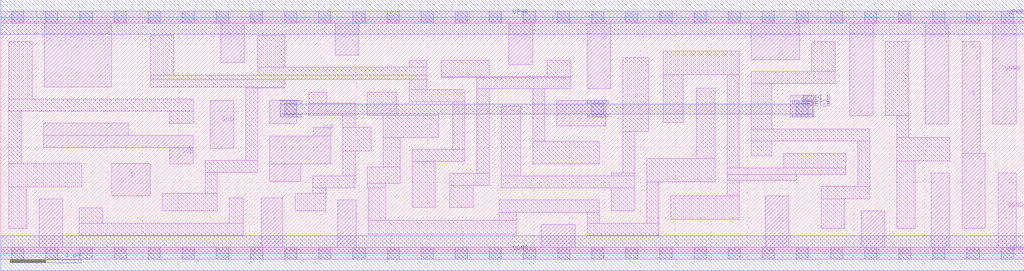
<source format=lef>
# Copyright 2020 The SkyWater PDK Authors
#
# Licensed under the Apache License, Version 2.0 (the "License");
# you may not use this file except in compliance with the License.
# You may obtain a copy of the License at
#
#     https://www.apache.org/licenses/LICENSE-2.0
#
# Unless required by applicable law or agreed to in writing, software
# distributed under the License is distributed on an "AS IS" BASIS,
# WITHOUT WARRANTIES OR CONDITIONS OF ANY KIND, either express or implied.
# See the License for the specific language governing permissions and
# limitations under the License.
#
# SPDX-License-Identifier: Apache-2.0

VERSION 5.7 ;
  NAMESCASESENSITIVE ON ;
  NOWIREEXTENSIONATPIN ON ;
  DIVIDERCHAR "/" ;
  BUSBITCHARS "[]" ;
UNITS
  DATABASE MICRONS 200 ;
END UNITS
MACRO sky130_fd_sc_ms__sdfrtp_2
  CLASS CORE ;
  SOURCE USER ;
  FOREIGN sky130_fd_sc_ms__sdfrtp_2 ;
  ORIGIN  0.000000  0.000000 ;
  SIZE  14.40000 BY  3.330000 ;
  SYMMETRY X Y R90 ;
  SITE unit ;
  PIN D
    ANTENNAGATEAREA  0.178200 ;
    DIRECTION INPUT ;
    USE SIGNAL ;
    PORT
      LAYER li1 ;
        RECT 1.565000 0.810000 2.100000 1.265000 ;
    END
  END D
  PIN Q
    ANTENNADIFFAREA  0.509600 ;
    DIRECTION OUTPUT ;
    USE SIGNAL ;
    PORT
      LAYER li1 ;
        RECT 13.525000 0.350000 13.855000 1.410000 ;
        RECT 13.525000 1.410000 13.785000 2.980000 ;
    END
  END Q
  PIN RESET_B
    ANTENNAGATEAREA  0.455400 ;
    DIRECTION INPUT ;
    USE SIGNAL ;
    PORT
      LAYER li1 ;
        RECT  3.785000 1.830000  4.165000 2.160000 ;
        RECT  7.825000 1.795000  8.515000 2.150000 ;
        RECT 11.110000 1.920000 11.440000 2.220000 ;
      LAYER mcon ;
        RECT  3.995000 1.950000  4.165000 2.120000 ;
        RECT  8.315000 1.950000  8.485000 2.120000 ;
        RECT 11.195000 1.950000 11.365000 2.120000 ;
      LAYER met1 ;
        RECT  3.935000 1.920000  4.225000 1.965000 ;
        RECT  3.935000 1.965000 11.425000 2.105000 ;
        RECT  3.935000 2.105000  4.225000 2.150000 ;
        RECT  8.255000 1.920000  8.545000 1.965000 ;
        RECT  8.255000 2.105000  8.545000 2.150000 ;
        RECT 11.135000 1.920000 11.425000 1.965000 ;
        RECT 11.135000 2.105000 11.425000 2.150000 ;
    END
  END RESET_B
  PIN SCD
    ANTENNAGATEAREA  0.178200 ;
    DIRECTION INPUT ;
    USE SIGNAL ;
    PORT
      LAYER li1 ;
        RECT 2.945000 1.480000 3.275000 2.150000 ;
    END
  END SCD
  PIN SCE
    ANTENNAGATEAREA  0.356400 ;
    DIRECTION INPUT ;
    USE SIGNAL ;
    PORT
      LAYER li1 ;
        RECT 0.605000 1.490000 2.705000 1.660000 ;
        RECT 0.605000 1.660000 1.795000 1.835000 ;
        RECT 2.375000 1.260000 2.705000 1.490000 ;
    END
  END SCE
  PIN CLK
    ANTENNAGATEAREA  0.312600 ;
    DIRECTION INPUT ;
    USE CLOCK ;
    PORT
      LAYER li1 ;
        RECT 3.785000 1.015000 4.220000 1.260000 ;
        RECT 3.785000 1.260000 4.645000 1.650000 ;
        RECT 4.395000 1.650000 4.645000 1.775000 ;
    END
  END CLK
  PIN VGND
    DIRECTION INOUT ;
    USE GROUND ;
    PORT
      LAYER li1 ;
        RECT  0.000000 -0.085000 14.400000 0.085000 ;
        RECT  0.545000  0.085000  0.875000 0.765000 ;
        RECT  3.665000  0.085000  3.965000 0.780000 ;
        RECT  4.740000  0.085000  5.000000 0.750000 ;
        RECT  7.605000  0.085000  8.080000 0.410000 ;
        RECT 10.755000  0.085000 11.085000 0.810000 ;
        RECT 12.105000  0.085000 12.435000 0.600000 ;
        RECT 13.095000  0.085000 13.345000 1.130000 ;
        RECT 14.035000  0.085000 14.285000 1.130000 ;
      LAYER mcon ;
        RECT  0.155000 -0.085000  0.325000 0.085000 ;
        RECT  0.635000 -0.085000  0.805000 0.085000 ;
        RECT  1.115000 -0.085000  1.285000 0.085000 ;
        RECT  1.595000 -0.085000  1.765000 0.085000 ;
        RECT  2.075000 -0.085000  2.245000 0.085000 ;
        RECT  2.555000 -0.085000  2.725000 0.085000 ;
        RECT  3.035000 -0.085000  3.205000 0.085000 ;
        RECT  3.515000 -0.085000  3.685000 0.085000 ;
        RECT  3.995000 -0.085000  4.165000 0.085000 ;
        RECT  4.475000 -0.085000  4.645000 0.085000 ;
        RECT  4.955000 -0.085000  5.125000 0.085000 ;
        RECT  5.435000 -0.085000  5.605000 0.085000 ;
        RECT  5.915000 -0.085000  6.085000 0.085000 ;
        RECT  6.395000 -0.085000  6.565000 0.085000 ;
        RECT  6.875000 -0.085000  7.045000 0.085000 ;
        RECT  7.355000 -0.085000  7.525000 0.085000 ;
        RECT  7.835000 -0.085000  8.005000 0.085000 ;
        RECT  8.315000 -0.085000  8.485000 0.085000 ;
        RECT  8.795000 -0.085000  8.965000 0.085000 ;
        RECT  9.275000 -0.085000  9.445000 0.085000 ;
        RECT  9.755000 -0.085000  9.925000 0.085000 ;
        RECT 10.235000 -0.085000 10.405000 0.085000 ;
        RECT 10.715000 -0.085000 10.885000 0.085000 ;
        RECT 11.195000 -0.085000 11.365000 0.085000 ;
        RECT 11.675000 -0.085000 11.845000 0.085000 ;
        RECT 12.155000 -0.085000 12.325000 0.085000 ;
        RECT 12.635000 -0.085000 12.805000 0.085000 ;
        RECT 13.115000 -0.085000 13.285000 0.085000 ;
        RECT 13.595000 -0.085000 13.765000 0.085000 ;
        RECT 14.075000 -0.085000 14.245000 0.085000 ;
      LAYER met1 ;
        RECT 0.000000 -0.245000 14.400000 0.245000 ;
    END
  END VGND
  PIN VPWR
    DIRECTION INOUT ;
    USE POWER ;
    PORT
      LAYER li1 ;
        RECT  0.000000 3.245000 14.400000 3.415000 ;
        RECT  0.615000 2.345000  1.565000 3.245000 ;
        RECT  3.095000 2.685000  3.425000 3.245000 ;
        RECT  4.705000 2.795000  5.035000 3.245000 ;
        RECT  7.150000 2.660000  7.485000 3.245000 ;
        RECT  8.250000 2.320000  8.580000 3.245000 ;
        RECT 10.560000 2.730000 11.240000 3.245000 ;
        RECT 11.945000 1.940000 12.275000 3.245000 ;
        RECT 13.005000 1.820000 13.335000 3.245000 ;
        RECT 13.955000 1.820000 14.285000 3.245000 ;
      LAYER mcon ;
        RECT  0.155000 3.245000  0.325000 3.415000 ;
        RECT  0.635000 3.245000  0.805000 3.415000 ;
        RECT  1.115000 3.245000  1.285000 3.415000 ;
        RECT  1.595000 3.245000  1.765000 3.415000 ;
        RECT  2.075000 3.245000  2.245000 3.415000 ;
        RECT  2.555000 3.245000  2.725000 3.415000 ;
        RECT  3.035000 3.245000  3.205000 3.415000 ;
        RECT  3.515000 3.245000  3.685000 3.415000 ;
        RECT  3.995000 3.245000  4.165000 3.415000 ;
        RECT  4.475000 3.245000  4.645000 3.415000 ;
        RECT  4.955000 3.245000  5.125000 3.415000 ;
        RECT  5.435000 3.245000  5.605000 3.415000 ;
        RECT  5.915000 3.245000  6.085000 3.415000 ;
        RECT  6.395000 3.245000  6.565000 3.415000 ;
        RECT  6.875000 3.245000  7.045000 3.415000 ;
        RECT  7.355000 3.245000  7.525000 3.415000 ;
        RECT  7.835000 3.245000  8.005000 3.415000 ;
        RECT  8.315000 3.245000  8.485000 3.415000 ;
        RECT  8.795000 3.245000  8.965000 3.415000 ;
        RECT  9.275000 3.245000  9.445000 3.415000 ;
        RECT  9.755000 3.245000  9.925000 3.415000 ;
        RECT 10.235000 3.245000 10.405000 3.415000 ;
        RECT 10.715000 3.245000 10.885000 3.415000 ;
        RECT 11.195000 3.245000 11.365000 3.415000 ;
        RECT 11.675000 3.245000 11.845000 3.415000 ;
        RECT 12.155000 3.245000 12.325000 3.415000 ;
        RECT 12.635000 3.245000 12.805000 3.415000 ;
        RECT 13.115000 3.245000 13.285000 3.415000 ;
        RECT 13.595000 3.245000 13.765000 3.415000 ;
        RECT 14.075000 3.245000 14.245000 3.415000 ;
      LAYER met1 ;
        RECT 0.000000 3.085000 14.400000 3.575000 ;
    END
  END VPWR
  OBS
    LAYER li1 ;
      RECT  0.115000 0.350000  0.365000 0.935000 ;
      RECT  0.115000 0.935000  1.140000 1.265000 ;
      RECT  0.115000 1.265000  0.285000 2.005000 ;
      RECT  0.115000 2.005000  2.705000 2.175000 ;
      RECT  0.115000 2.175000  0.445000 2.980000 ;
      RECT  1.105000 0.255000  3.415000 0.425000 ;
      RECT  1.105000 0.425000  1.435000 0.640000 ;
      RECT  2.105000 2.345000  3.995000 2.445000 ;
      RECT  2.105000 2.445000  5.995000 2.515000 ;
      RECT  2.105000 2.515000  2.435000 3.075000 ;
      RECT  2.270000 0.595000  3.045000 0.845000 ;
      RECT  2.375000 1.830000  2.705000 2.005000 ;
      RECT  2.875000 0.845000  3.045000 1.140000 ;
      RECT  2.875000 1.140000  3.615000 1.310000 ;
      RECT  3.215000 0.425000  3.415000 0.780000 ;
      RECT  3.445000 1.310000  3.615000 2.330000 ;
      RECT  3.445000 2.330000  3.995000 2.345000 ;
      RECT  3.615000 2.515000  5.995000 2.625000 ;
      RECT  3.615000 2.625000  3.995000 3.075000 ;
      RECT  4.145000 0.595000  4.570000 0.845000 ;
      RECT  4.335000 1.945000  4.985000 2.115000 ;
      RECT  4.335000 2.115000  4.585000 2.275000 ;
      RECT  4.390000 0.845000  4.570000 0.920000 ;
      RECT  4.390000 0.920000  4.985000 1.090000 ;
      RECT  4.815000 1.090000  4.985000 1.445000 ;
      RECT  4.815000 1.445000  5.215000 1.775000 ;
      RECT  4.815000 1.775000  4.985000 1.945000 ;
      RECT  5.155000 0.920000  5.420000 0.985000 ;
      RECT  5.155000 0.985000  5.620000 1.220000 ;
      RECT  5.155000 1.945000  6.165000 1.965000 ;
      RECT  5.155000 1.965000  5.575000 2.275000 ;
      RECT  5.170000 0.265000  7.255000 0.465000 ;
      RECT  5.170000 0.465000  5.420000 0.920000 ;
      RECT  5.385000 1.220000  5.620000 1.635000 ;
      RECT  5.385000 1.635000  6.165000 1.945000 ;
      RECT  5.745000 2.135000  6.530000 2.305000 ;
      RECT  5.745000 2.305000  5.995000 2.445000 ;
      RECT  5.745000 2.625000  5.995000 2.725000 ;
      RECT  5.790000 0.650000  6.115000 1.295000 ;
      RECT  5.790000 1.295000  6.530000 1.465000 ;
      RECT  6.195000 2.475000  8.020000 2.490000 ;
      RECT  6.195000 2.490000  6.870000 2.725000 ;
      RECT  6.315000 0.645000  6.645000 0.955000 ;
      RECT  6.315000 0.955000  6.870000 1.125000 ;
      RECT  6.360000 1.465000  6.530000 2.135000 ;
      RECT  6.700000 1.125000  6.870000 2.320000 ;
      RECT  6.700000 2.320000  8.020000 2.475000 ;
      RECT  7.015000 0.465000  7.255000 0.580000 ;
      RECT  7.015000 0.580000  8.420000 0.750000 ;
      RECT  7.040000 0.920000  8.920000 1.090000 ;
      RECT  7.040000 1.090000  7.315000 2.075000 ;
      RECT  7.485000 1.260000  8.420000 1.575000 ;
      RECT  7.485000 1.575000  7.655000 2.320000 ;
      RECT  7.690000 2.490000  8.020000 2.725000 ;
      RECT  8.250000 0.255000  9.260000 0.425000 ;
      RECT  8.250000 0.425000  8.420000 0.580000 ;
      RECT  8.590000 0.595000  8.920000 0.920000 ;
      RECT  8.590000 1.090000  8.920000 1.130000 ;
      RECT  8.750000 1.130000  8.920000 1.715000 ;
      RECT  8.750000 1.715000  9.115000 2.755000 ;
      RECT  9.090000 0.425000  9.260000 1.005000 ;
      RECT  9.090000 1.005000 10.050000 1.335000 ;
      RECT  9.320000 1.840000  9.600000 2.520000 ;
      RECT  9.320000 2.520000 10.390000 2.850000 ;
      RECT  9.430000 0.480000 10.390000 0.810000 ;
      RECT  9.785000 1.335000 10.050000 2.330000 ;
      RECT 10.220000 0.810000 10.390000 1.030000 ;
      RECT 10.220000 1.030000 11.190000 1.110000 ;
      RECT 10.220000 1.110000 11.890000 1.200000 ;
      RECT 10.220000 1.200000 10.390000 2.520000 ;
      RECT 10.560000 1.370000 10.850000 1.580000 ;
      RECT 10.560000 1.580000 12.230000 1.750000 ;
      RECT 10.560000 1.750000 10.850000 2.390000 ;
      RECT 10.560000 2.390000 11.740000 2.560000 ;
      RECT 11.020000 1.200000 11.890000 1.410000 ;
      RECT 11.410000 2.560000 11.740000 2.980000 ;
      RECT 11.545000 0.350000 11.875000 0.770000 ;
      RECT 11.545000 0.770000 12.230000 0.940000 ;
      RECT 12.060000 0.940000 12.230000 1.580000 ;
      RECT 12.445000 1.940000 12.775000 2.980000 ;
      RECT 12.605000 0.350000 12.865000 1.300000 ;
      RECT 12.605000 1.300000 13.355000 1.630000 ;
      RECT 12.605000 1.630000 12.775000 1.940000 ;
  END
END sky130_fd_sc_ms__sdfrtp_2

</source>
